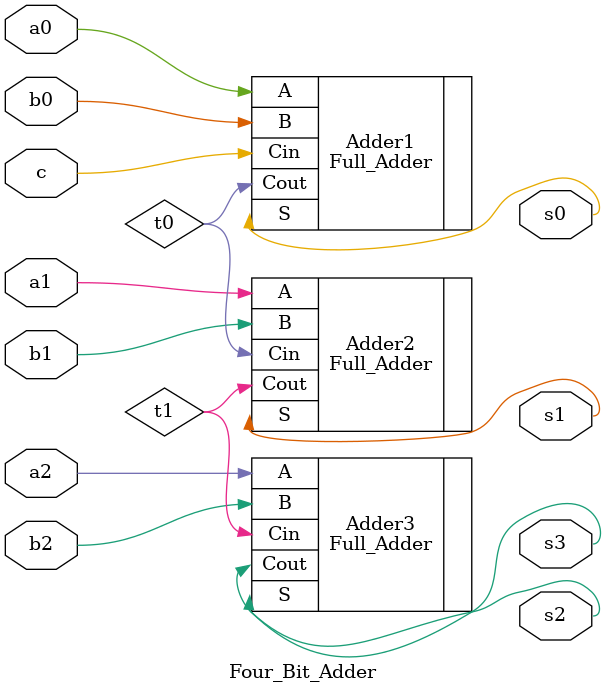
<source format=v>
`timescale 1ns / 1ps


module Four_Bit_Adder(
    input c,
    input a0,
    input b0,
    input a1,
    input b1,
    input a2,
    input b2,
    output s0,
    output s1,
    output s2,
    output s3
    );
    
    wire t0, t1;
    
    Full_Adder Adder1(.A(a0), .B(b0), .Cin(c), .S(s0), .Cout(t0));
    Full_Adder Adder2(.A(a1), .B(b1), .Cin(t0), .S(s1), .Cout(t1));
    Full_Adder Adder3(.A(a2), .B(b2), .Cin(t1), .S(s2), .Cout(s3));
    
    
    
endmodule

</source>
